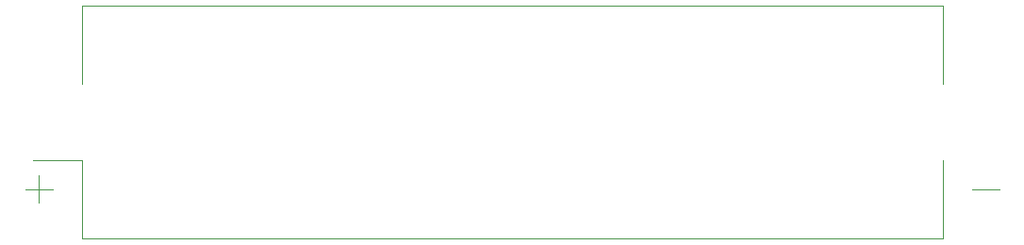
<source format=gbr>
G04 #@! TF.GenerationSoftware,KiCad,Pcbnew,(5.1.5)-3*
G04 #@! TF.CreationDate,2021-05-18T14:06:46+02:00*
G04 #@! TF.ProjectId,18650_UPS_PCB,31383635-305f-4555-9053-5f5043422e6b,rev?*
G04 #@! TF.SameCoordinates,Original*
G04 #@! TF.FileFunction,Legend,Bot*
G04 #@! TF.FilePolarity,Positive*
%FSLAX46Y46*%
G04 Gerber Fmt 4.6, Leading zero omitted, Abs format (unit mm)*
G04 Created by KiCad (PCBNEW (5.1.5)-3) date 2021-05-18 14:06:46*
%MOMM*%
%LPD*%
G04 APERTURE LIST*
%ADD10C,0.120000*%
G04 APERTURE END LIST*
D10*
X123310000Y-89935000D02*
X123310000Y-92435000D01*
X122060000Y-91185000D02*
X124560000Y-91185000D01*
X209560000Y-91185000D02*
X207060000Y-91185000D01*
X204450000Y-88625000D02*
X204450000Y-95605000D01*
X204450000Y-95625000D02*
X127170000Y-95625000D01*
X127170000Y-95625000D02*
X127170000Y-88625000D01*
X204450000Y-81745000D02*
X204450000Y-74745000D01*
X204450000Y-74745000D02*
X127170000Y-74745000D01*
X127170000Y-74745000D02*
X127170000Y-81745000D01*
X127170000Y-88625000D02*
X122810000Y-88625000D01*
M02*

</source>
